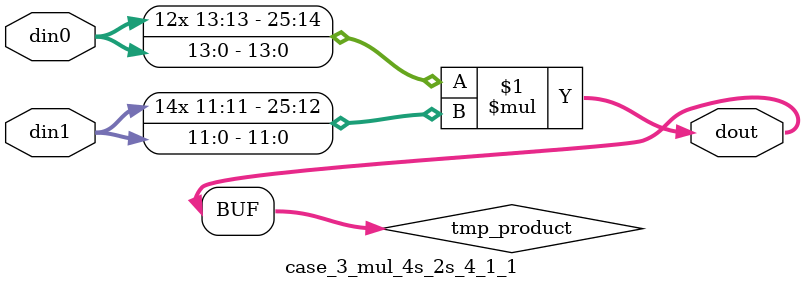
<source format=v>

`timescale 1 ns / 1 ps

 module case_3_mul_4s_2s_4_1_1(din0, din1, dout);
parameter ID = 1;
parameter NUM_STAGE = 0;
parameter din0_WIDTH = 14;
parameter din1_WIDTH = 12;
parameter dout_WIDTH = 26;

input [din0_WIDTH - 1 : 0] din0; 
input [din1_WIDTH - 1 : 0] din1; 
output [dout_WIDTH - 1 : 0] dout;

wire signed [dout_WIDTH - 1 : 0] tmp_product;



























assign tmp_product = $signed(din0) * $signed(din1);








assign dout = tmp_product;





















endmodule

</source>
